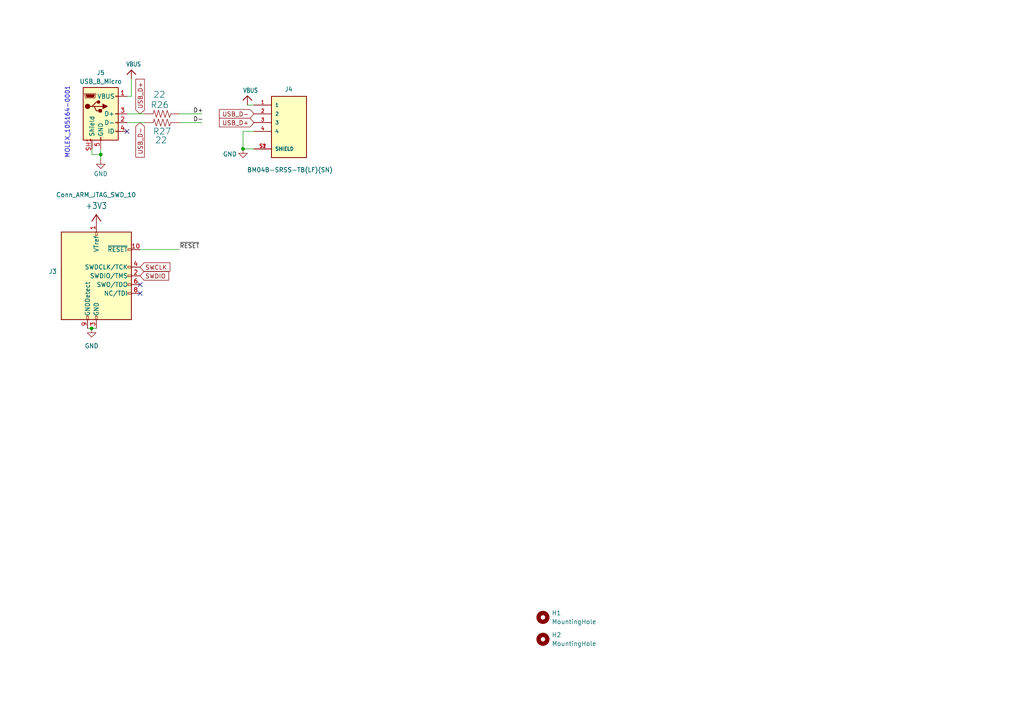
<source format=kicad_sch>
(kicad_sch (version 20231120) (generator "eeschema") (generator_version "8.0")
  (paper "A4")
  (lib_symbols
    (symbol "Adafruit ItsyBitsy RP2040-eagle-import:+3V3" (power)
      (property "Value" "+3V3" (at -2.54 -5.08 90))
      (symbol "+3V3_1_0"
        (polyline (pts (xy 0 0) (xy -1.27 -1.905)) (stroke (width 0.254)))
        (polyline (pts (xy 1.27 -1.905) (xy 0 0)) (stroke (width 0.254)))
        (pin power_in line (at 0 -2.54 90) (length 2.54) (name "+3V3") (number "1"))
      )
    )
    (symbol "Adafruit ItsyBitsy RP2040-eagle-import:VBUS" (power)
      (property "Value" "VBUS" (at -1.524 1.016 0))
      (symbol "VBUS_1_0"
        (polyline (pts (xy -1.27 -1.27) (xy 0 0)) (stroke (width 0.254)))
        (polyline (pts (xy 0 0) (xy 1.27 -1.27)) (stroke (width 0.254)))
        (pin power_in line (at 0 -2.54 90) (length 2.54) (name "VBUS") (number "1"))
      )
    )
    (symbol "BM04B-SRSS-TB_LF__SN_:BM04B-SRSS-TB(LF)(SN)" (pin_names (offset 1.016))
      (property "Reference" "J" (at -5.08 10.922 0))
      (property "Value" "BM04B-SRSS-TB(LF)(SN)" (at -5.08 -10.16 0))
      (symbol "BM04B-SRSS-TB(LF)(SN)_0_0"
        (rectangle (start -5.08 -7.62) (end 5.08 10.16) (stroke (width 0.254)) (fill (type background)))
        (pin passive line (at -10.16 7.62 0) (length 5.08) (name "1") (number "1"))
        (pin passive line (at -10.16 5.08 0) (length 5.08) (name "2") (number "2"))
        (pin passive line (at -10.16 2.54 0) (length 5.08) (name "3") (number "3"))
        (pin passive line (at -10.16 0 0) (length 5.08) (name "4") (number "4"))
        (pin passive line (at -10.16 -5.08 0) (length 5.08) (name "SHIELD") (number "S1"))
        (pin passive line (at -10.16 -5.08 0) (length 5.08) (name "SHIELD") (number "S2"))
      )
    )
    (symbol "Connector:Conn_ARM_JTAG_SWD_10" (pin_names (offset 1.016))
      (property "Reference" "J" (at -2.54 16.51 0))
      (property "Value" "Conn_ARM_JTAG_SWD_10" (at -2.54 13.97 0))
      (symbol "Conn_ARM_JTAG_SWD_10_0_1"
        (rectangle (start -10.16 12.7) (end 10.16 -12.7) (stroke (width 0.254)) (fill (type background)))
        (rectangle (start -2.794 -12.7) (end -2.286 -11.684))
        (rectangle (start -0.254 -12.7) (end 0.254 -11.684))
        (rectangle (start -0.254 12.7) (end 0.254 11.684))
        (rectangle (start 9.144 2.286) (end 10.16 2.794))
        (rectangle (start 10.16 -2.794) (end 9.144 -2.286))
        (rectangle (start 10.16 -0.254) (end 9.144 0.254))
        (rectangle (start 10.16 7.874) (end 9.144 7.366))
      )
      (symbol "Conn_ARM_JTAG_SWD_10_1_1"
        (rectangle (start 9.144 -5.334) (end 10.16 -4.826))
        (pin power_in line (at 0 15.24 270) (length 2.54) (name "VTref") (number "1"))
        (pin open_collector line (at 12.7 7.62 180) (length 2.54) (name "~{RESET}") (number "10"))
        (pin bidirectional line (at 12.7 0 180) (length 2.54) (name "SWDIO/TMS") (number "2"))
        (pin power_in line (at 0 -15.24 90) (length 2.54) (name "GND") (number "3"))
        (pin output line (at 12.7 2.54 180) (length 2.54) (name "SWDCLK/TCK") (number "4"))
        (pin passive line (at 0 -15.24 90) (length 2.54) hide (name "GND") (number "5"))
        (pin input line (at 12.7 -2.54 180) (length 2.54) (name "SWO/TDO") (number "6"))
        (pin no_connect line (at -10.16 0 0) (length 2.54) hide (name "KEY") (number "7"))
        (pin output line (at 12.7 -5.08 180) (length 2.54) (name "NC/TDI") (number "8"))
        (pin passive line (at -2.54 -15.24 90) (length 2.54) (name "GNDDetect") (number "9"))
      )
    )
    (symbol "Connector:USB_B_Micro" (pin_names (offset 1.016))
      (property "Reference" "J8" (at 0 11.938 0))
      (property "Value" "USB_B_Micro" (at 0 9.398 0))
      (symbol "USB_B_Micro_0_1"
        (rectangle (start -5.08 -7.62) (end 5.08 7.62) (stroke (width 0.254)) (fill (type background)))
        (circle (center -3.81 2.159) (radius 0.635) (stroke (width 0.254)) (fill (type outline)))
        (circle (center -0.635 3.429) (radius 0.381) (stroke (width 0.254)) (fill (type outline)))
        (rectangle (start -0.127 -7.62) (end 0.127 -6.858))
        (polyline (pts (xy -1.905 2.159) (xy 0.635 2.159)) (stroke (width 0.254)))
        (polyline (pts (xy -3.175 2.159) (xy -2.54 2.159) (xy -1.27 3.429) (xy -0.635 3.429)) (stroke (width 0.254)))
        (polyline (pts (xy -2.54 2.159) (xy -1.905 2.159) (xy -1.27 0.889) (xy 0 0.889)) (stroke (width 0.254)))
        (polyline (pts (xy 0.635 2.794) (xy 0.635 1.524) (xy 1.905 2.159) (xy 0.635 2.794)) (stroke (width 0.254)) (fill (type outline)))
        (polyline (pts (xy -4.318 5.588) (xy -1.778 5.588) (xy -2.032 4.826) (xy -4.064 4.826) (xy -4.318 5.588)) (fill (type outline)))
        (polyline (pts (xy -4.699 5.842) (xy -4.699 5.588) (xy -4.445 4.826) (xy -4.445 4.572) (xy -1.651 4.572) (xy -1.651 4.826) (xy -1.397 5.588) (xy -1.397 5.842) (xy -4.699 5.842)))
        (rectangle (start 0.254 1.27) (end -0.508 0.508) (stroke (width 0.254)) (fill (type outline)))
        (rectangle (start 5.08 -5.207) (end 4.318 -4.953))
        (rectangle (start 5.08 -2.667) (end 4.318 -2.413))
        (rectangle (start 5.08 -0.127) (end 4.318 0.127))
        (rectangle (start 5.08 4.953) (end 4.318 5.207))
      )
      (symbol "USB_B_Micro_1_1"
        (pin power_out line (at 7.62 5.08 180) (length 2.54) (name "VBUS") (number "1"))
        (pin bidirectional line (at 7.62 -2.54 180) (length 2.54) (name "D-") (number "2"))
        (pin bidirectional line (at 7.62 0 180) (length 2.54) (name "D+") (number "3"))
        (pin passive line (at 7.62 -5.08 180) (length 2.54) (name "ID") (number "4"))
        (pin power_out line (at 0 -10.16 90) (length 2.54) (name "GND") (number "5"))
        (pin passive line (at -2.54 -10.16 90) (length 2.54) (name "Shield") (number "SH1"))
      )
    )
    (symbol "Mechanical:MountingHole" (pin_names (offset 1.016)) (exclude_from_sim yes) (in_bom no)
      (property "Reference" "H" (at 0 5.08 0))
      (property "Value" "MountingHole" (at 0 3.175 0))
      (symbol "MountingHole_0_1"
        (circle (center 0 0) (radius 1.27) (stroke (width 1.27)))
      )
    )
    (symbol "mainboard:RESISTOR0603" (pin_names (offset 1.016))
      (property "Reference" "R" (at 0 1.524 0))
      (property "Value" "RESISTOR0603" (at 0 -1.524 0))
      (symbol "RESISTOR0603_1_0"
        (polyline (pts (xy -2.54 0) (xy -2.159 1.016)))
        (polyline (pts (xy -2.159 1.016) (xy -1.524 -1.016)))
        (polyline (pts (xy -1.524 -1.016) (xy -0.889 1.016)))
        (polyline (pts (xy -0.889 1.016) (xy -0.254 -1.016)))
        (polyline (pts (xy -0.254 -1.016) (xy 0.381 1.016)))
        (polyline (pts (xy 0.381 1.016) (xy 1.016 -1.016)))
        (polyline (pts (xy 1.016 -1.016) (xy 1.651 1.016)))
        (polyline (pts (xy 1.651 1.016) (xy 2.286 -1.016)))
        (polyline (pts (xy 2.286 -1.016) (xy 2.54 0)))
        (pin passive line (at -5.08 0 0) (length 2.54) (name "1") (number "1"))
        (pin passive line (at 5.08 0 180) (length 2.54) (name "2") (number "2"))
      )
    )
    (symbol "power:GND" (power) (pin_names (offset 0))
      (property "Value" "GND" (at 0 -3.81 0))
      (symbol "GND_0_1"
        (polyline (pts (xy 0 0) (xy 0 -1.27) (xy 1.27 -1.27) (xy 0 -2.54) (xy -1.27 -1.27) (xy 0 -1.27)))
      )
      (symbol "GND_1_1"
        (pin power_in line (at 0 0 270) (length 0) hide (name "GND") (number "1"))
      )
    )
  )
  (junction (at 26.5684 95.25))
  (junction (at 29.21 44.831))
  (junction (at 70.485 43.18))
  (no_connect (at 40.64 82.55))
  (no_connect (at 36.83 38.1))
  (no_connect (at 40.64 85.09))
  (wire (pts (xy 71.755 30.48) (xy 71.755 30.353)))
  (wire (pts (xy 52.07 35.56) (xy 58.547 35.56)))
  (wire (pts (xy 70.485 43.18) (xy 73.66 43.18)))
  (wire (pts (xy 36.83 33.02) (xy 41.91 33.02)))
  (wire (pts (xy 73.66 38.1) (xy 70.485 38.1)))
  (wire (pts (xy 38.1 27.94) (xy 38.1 22.86)))
  (wire (pts (xy 40.64 72.39) (xy 52.07 72.39)))
  (wire (pts (xy 36.83 27.94) (xy 38.1 27.94)))
  (wire (pts (xy 70.485 38.1) (xy 70.485 43.18)))
  (wire (pts (xy 29.21 44.831) (xy 29.21 43.18)))
  (wire (pts (xy 29.21 44.831) (xy 29.21 46.355)))
  (wire (pts (xy 25.4 95.25) (xy 26.5684 95.25)))
  (wire (pts (xy 26.5684 95.25) (xy 27.94 95.25)))
  (wire (pts (xy 26.67 44.831) (xy 29.21 44.831)))
  (wire (pts (xy 26.67 44.831) (xy 26.67 43.18)))
  (wire (pts (xy 36.83 35.56) (xy 41.91 35.56)))
  (wire (pts (xy 73.66 30.48) (xy 71.755 30.48)))
  (wire (pts (xy 52.07 33.02) (xy 58.547 33.02)))
  (text "MOLEX_105164-0001" (at 20.32 45.974 90) (effects (font (size 1.27 1.27)) (justify left bottom)))
  (label "D-" (at 56.007 35.56 0) (effects (font (size 1.2446 1.2446))))
  (label "D+" (at 56.007 33.02 0) (effects (font (size 1.2446 1.2446))))
  (label "~{RESET}" (at 52.07 72.39 0) (effects (font (size 1.2446 1.2446))))
  (global_label "SWDIO" (shape input) (at 40.64 80.01 0) (property "Intersheetrefs" "${INTERSHEET_REFS}" (effects (hide yes))))
  (global_label "USB_D-" (shape input) (at 40.64 35.56 270) (property "Intersheetrefs" "${INTERSHEET_REFS}" (effects (hide yes))))
  (global_label "USB_D+" (shape input) (at 73.66 35.56 180) (property "Intersheetrefs" "${INTERSHEET_REFS}" (effects (hide yes))))
  (global_label "USB_D-" (shape input) (at 73.66 33.02 180) (property "Intersheetrefs" "${INTERSHEET_REFS}" (effects (hide yes))))
  (global_label "USB_D+" (shape input) (at 40.64 33.02 90) (property "Intersheetrefs" "${INTERSHEET_REFS}" (effects (hide yes))))
  (global_label "SWCLK" (shape input) (at 40.64 77.47 0) (property "Intersheetrefs" "${INTERSHEET_REFS}" (effects (hide yes))))
  (symbol (lib_id "power:GND") (at 29.21 46.355 0) (unit 1)
    (property "Reference" "#PWR039" (effects (hide yes)))
    (property "Value" "GND" (at 29.21 50.419 0))
  )
  (symbol (lib_id "power:GND") (at 70.485 43.18 0) (unit 1)
    (property "Reference" "#PWR038" (effects (hide yes)))
    (property "Value" "GND" (at 66.675 44.704 0))
  )
  (symbol (lib_id "Mechanical:MountingHole") (at 157.48 185.42 0) (unit 1) (exclude_from_sim yes) (in_bom no)
    (property "Reference" "H2" (at 160.02 184.1499 0) (effects (justify left)))
    (property "Value" "MountingHole" (at 160.02 186.6899 0) (effects (justify left)))
    (property "Description" "Mounting Hole without connection" (effects (hide yes)))
  )
  (symbol (lib_id "Adafruit ItsyBitsy RP2040-eagle-import:+3V3") (at 27.94 62.23 0) (unit 1)
    (property "Reference" "#+3V012" (effects (hide yes)))
    (property "Value" "+3V3" (at 27.94 59.69 0) (effects (font (size 1.778 1.5113))))
    (property "Footprint" "Adafruit ItsyBitsy RP2040:" (effects (hide yes)))
  )
  (symbol (lib_id "mainboard:RESISTOR0603") (at 46.99 33.02 180) (unit 1)
    (property "Reference" "R26" (at 46.3296 29.4132 0) (effects (font (size 1.778 1.778)) (justify bottom)))
    (property "Value" "22" (at 46.228 28.448 0) (effects (font (size 1.778 1.778)) (justify top)))
    (property "Footprint" "Resistor_SMD:R_0603_1608Metric" (effects (hide yes)))
    (property "Description" "100K 0603" (effects (hide yes)))
  )
  (symbol (lib_id "Connector:USB_B_Micro") (at 29.21 33.02 0) (unit 1)
    (property "Reference" "J5" (at 29.21 21.082 0))
    (property "Value" "USB_B_Micro" (at 29.21 23.622 0))
    (property "Footprint" "FC_DEV_BOARD:MOLEX_105164-0001" (effects (hide yes)))
  )
  (symbol (lib_id "mainboard:RESISTOR0603") (at 46.99 35.56 180) (unit 1)
    (property "Reference" "R27" (at 46.99 37.084 0) (effects (font (size 1.778 1.778)) (justify bottom)))
    (property "Value" "22" (at 46.736 41.656 0) (effects (font (size 1.778 1.778)) (justify top)))
    (property "Footprint" "Resistor_SMD:R_0603_1608Metric" (effects (hide yes)))
    (property "Description" "100K 0603" (effects (hide yes)))
  )
  (symbol (lib_id "Connector:Conn_ARM_JTAG_SWD_10") (at 27.94 80.01 0) (unit 1)
    (property "Reference" "J3" (at 16.51 78.7399 0) (effects (justify right)))
    (property "Value" "Conn_ARM_JTAG_SWD_10" (at 39.497 56.515 0) (effects (justify right)))
    (property "Footprint" "FC_DEV_BOARD:JTAG_2X05_1.27MM_BOX_NOCREAM" (effects (hide yes)))
    (property "Datasheet" "http://infocenter.arm.com/help/topic/com.arm.doc.ddi0314h/DDI0314H_coresight_components_trm.pdf" (effects (hide yes)))
  )
  (symbol (lib_id "Adafruit ItsyBitsy RP2040-eagle-import:VBUS") (at 38.1 20.32 0) (unit 1)
    (property "Reference" "#U$08" (effects (hide yes)))
    (property "Value" "VBUS" (at 36.576 19.304 0) (effects (font (size 1.27 1.0795)) (justify left bottom)))
    (property "Footprint" "Adafruit ItsyBitsy RP2040:" (effects (hide yes)))
  )
  (symbol (lib_id "power:GND") (at 26.5684 95.25 0) (unit 1)
    (property "Reference" "#PWR037" (effects (hide yes)))
    (property "Value" "GND" (at 26.5684 100.33 0))
  )
  (symbol (lib_id "BM04B-SRSS-TB_LF__SN_:BM04B-SRSS-TB(LF)(SN)") (at 83.82 38.1 0) (unit 1)
    (property "Reference" "J4" (at 82.55 25.908 0) (effects (justify left)))
    (property "Value" "BM04B-SRSS-TB(LF)(SN)" (at 71.628 49.276 0) (effects (justify left)))
    (property "Footprint" "FC_DEV_BOARD:JST_BM04B-SRSS-TB(LF)(SN)" (effects (hide yes)))
    (property "PARTREV" "N/A" (effects (hide yes)))
    (property "SNAPEDA_PN" "BM04B-SRSS-TB(LF)(SN)" (effects (hide yes)))
    (property "STANDARD" "Manufacturer Recommendations" (effects (hide yes)))
    (property "MAXIMUM_PACKAGE_HEIGHT" "6.3 mm" (effects (hide yes)))
    (property "MANUFACTURER" "JST Sales America Inc." (effects (hide yes)))
  )
  (symbol (lib_id "Mechanical:MountingHole") (at 157.48 179.07 0) (unit 1) (exclude_from_sim yes) (in_bom no)
    (property "Reference" "H1" (at 160.02 177.7999 0) (effects (justify left)))
    (property "Value" "MountingHole" (at 160.02 180.3399 0) (effects (justify left)))
    (property "Description" "Mounting Hole without connection" (effects (hide yes)))
  )
  (symbol (lib_id "Adafruit ItsyBitsy RP2040-eagle-import:VBUS") (at 71.755 27.813 0) (unit 1)
    (property "Reference" "#U$07" (effects (hide yes)))
    (property "Value" "VBUS" (at 70.485 26.924 0) (effects (font (size 1.27 1.0795)) (justify left bottom)))
    (property "Footprint" "Adafruit ItsyBitsy RP2040:" (effects (hide yes)))
  )
)
</source>
